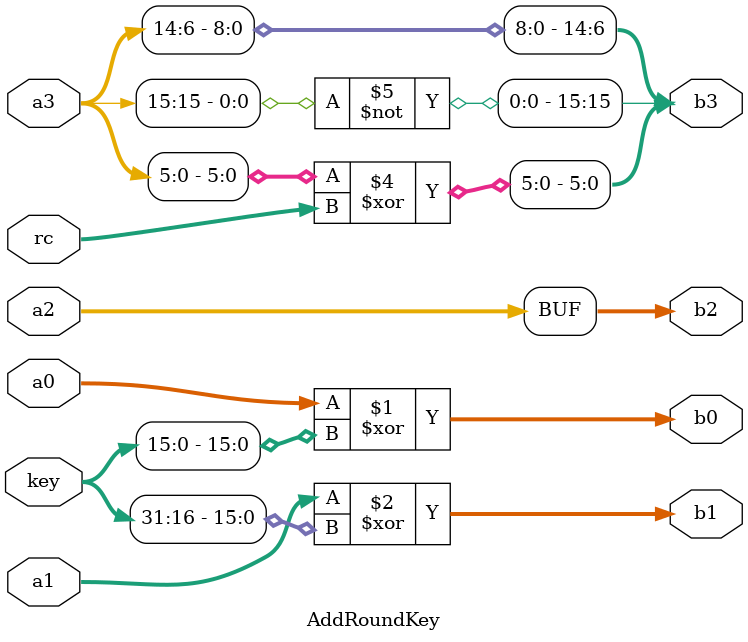
<source format=v>

module AddRoundKey(a0,a1,a2,a3,
                   key,
                   rc,
                   b0,b1,b2,b3);

input [15:0] a0,a1,a2,a3;
input [31:0] key;
input [5:0]  rc;
output[15:0] b0,b1,b2,b3;

assign b0 = a0 ^ key[15:0];
assign b1 = a1 ^ key[31:16];
assign b2 = a2;

assign b3[15]   = a3[15] ^ 1'b1;
assign b3[14:6] = a3[14:6];
assign b3[5:0]  = a3[5:0] ^ rc;

endmodule
</source>
